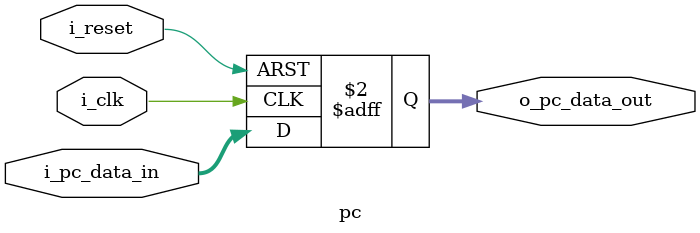
<source format=sv>
module pc (
  input logic i_clk,
  input logic i_reset,
  input logic [31:0] i_pc_data_in,
  output logic [31:0] o_pc_data_out);
  always_ff @(posedge i_clk or posedge i_reset) begin
    if (i_reset) begin
      o_pc_data_out <= 32'b0;
    end
    else 
      o_pc_data_out <= i_pc_data_in;
  end
endmodule
</source>
